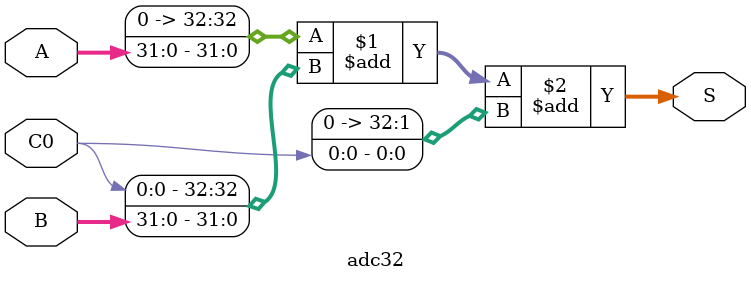
<source format=v>
module adc32(
	input wire C0,
	input wire [31:0] A,
	input wire [31:0] B,
	output wire [32:0] S
);

	assign S = { 1'b0, A } + { C0, B } + { 32'b0, C0 };
	
endmodule
</source>
